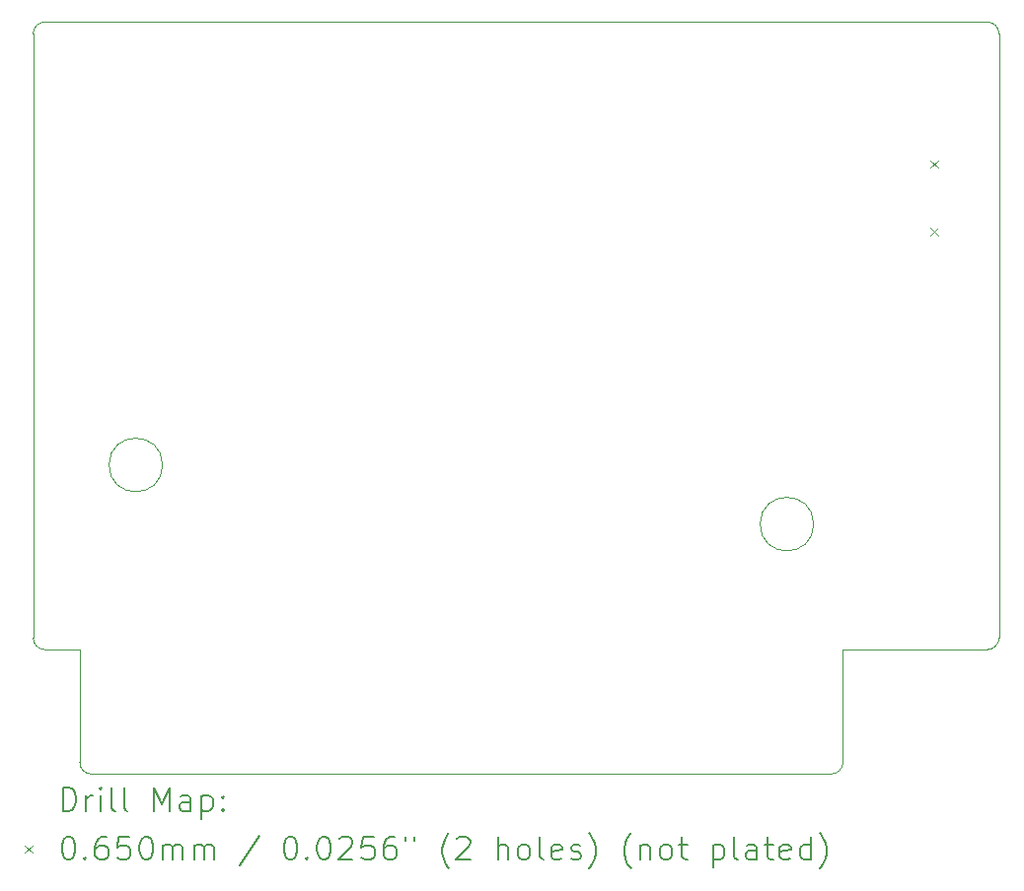
<source format=gbr>
%TF.GenerationSoftware,KiCad,Pcbnew,8.0.5*%
%TF.CreationDate,2024-11-14T03:38:48+01:00*%
%TF.ProjectId,Pico2-MSX,5069636f-322d-44d5-9358-2e6b69636164,0.3*%
%TF.SameCoordinates,Original*%
%TF.FileFunction,Drillmap*%
%TF.FilePolarity,Positive*%
%FSLAX45Y45*%
G04 Gerber Fmt 4.5, Leading zero omitted, Abs format (unit mm)*
G04 Created by KiCad (PCBNEW 8.0.5) date 2024-11-14 03:38:48*
%MOMM*%
%LPD*%
G01*
G04 APERTURE LIST*
%ADD10C,0.100000*%
%ADD11C,0.200000*%
G04 APERTURE END LIST*
D10*
X20099250Y-6123000D02*
G75*
G02*
X20199250Y-6223000I0J-100000D01*
G01*
X20199250Y-6223000D02*
X20199250Y-11412250D01*
X12409250Y-12582250D02*
G75*
G02*
X12309250Y-12482250I0J100000D01*
G01*
X20099250Y-11512250D02*
X18859250Y-11512250D01*
X12409250Y-12582250D02*
X18759250Y-12582250D01*
X12009250Y-11512250D02*
X12309250Y-11512250D01*
X20199250Y-11412250D02*
G75*
G02*
X20099250Y-11512250I-100000J0D01*
G01*
X18859250Y-12482250D02*
X18859250Y-11512250D01*
X18608250Y-10435150D02*
G75*
G02*
X18148250Y-10435150I-230000J0D01*
G01*
X18148250Y-10435150D02*
G75*
G02*
X18608250Y-10435150I230000J0D01*
G01*
X12309250Y-12482250D02*
X12309250Y-11512250D01*
X11909250Y-11412250D02*
X11909250Y-6223000D01*
X11909250Y-6223000D02*
G75*
G02*
X12009250Y-6123000I100000J0D01*
G01*
X18859250Y-12482250D02*
G75*
G02*
X18759250Y-12582250I-99990J-10D01*
G01*
X12009250Y-6123000D02*
X20099250Y-6123000D01*
X12009250Y-11512250D02*
G75*
G02*
X11909250Y-11412250I0J100000D01*
G01*
X13020250Y-9927150D02*
G75*
G02*
X12560250Y-9927150I-230000J0D01*
G01*
X12560250Y-9927150D02*
G75*
G02*
X13020250Y-9927150I230000J0D01*
G01*
D11*
D10*
X19609250Y-7309900D02*
X19674250Y-7374900D01*
X19674250Y-7309900D02*
X19609250Y-7374900D01*
X19609250Y-7887900D02*
X19674250Y-7952900D01*
X19674250Y-7887900D02*
X19609250Y-7952900D01*
D11*
X12165027Y-12898734D02*
X12165027Y-12698734D01*
X12165027Y-12698734D02*
X12212646Y-12698734D01*
X12212646Y-12698734D02*
X12241217Y-12708258D01*
X12241217Y-12708258D02*
X12260265Y-12727305D01*
X12260265Y-12727305D02*
X12269789Y-12746353D01*
X12269789Y-12746353D02*
X12279312Y-12784448D01*
X12279312Y-12784448D02*
X12279312Y-12813019D01*
X12279312Y-12813019D02*
X12269789Y-12851115D01*
X12269789Y-12851115D02*
X12260265Y-12870162D01*
X12260265Y-12870162D02*
X12241217Y-12889210D01*
X12241217Y-12889210D02*
X12212646Y-12898734D01*
X12212646Y-12898734D02*
X12165027Y-12898734D01*
X12365027Y-12898734D02*
X12365027Y-12765400D01*
X12365027Y-12803496D02*
X12374551Y-12784448D01*
X12374551Y-12784448D02*
X12384074Y-12774924D01*
X12384074Y-12774924D02*
X12403122Y-12765400D01*
X12403122Y-12765400D02*
X12422170Y-12765400D01*
X12488836Y-12898734D02*
X12488836Y-12765400D01*
X12488836Y-12698734D02*
X12479312Y-12708258D01*
X12479312Y-12708258D02*
X12488836Y-12717781D01*
X12488836Y-12717781D02*
X12498360Y-12708258D01*
X12498360Y-12708258D02*
X12488836Y-12698734D01*
X12488836Y-12698734D02*
X12488836Y-12717781D01*
X12612646Y-12898734D02*
X12593598Y-12889210D01*
X12593598Y-12889210D02*
X12584074Y-12870162D01*
X12584074Y-12870162D02*
X12584074Y-12698734D01*
X12717408Y-12898734D02*
X12698360Y-12889210D01*
X12698360Y-12889210D02*
X12688836Y-12870162D01*
X12688836Y-12870162D02*
X12688836Y-12698734D01*
X12945979Y-12898734D02*
X12945979Y-12698734D01*
X12945979Y-12698734D02*
X13012646Y-12841591D01*
X13012646Y-12841591D02*
X13079312Y-12698734D01*
X13079312Y-12698734D02*
X13079312Y-12898734D01*
X13260265Y-12898734D02*
X13260265Y-12793972D01*
X13260265Y-12793972D02*
X13250741Y-12774924D01*
X13250741Y-12774924D02*
X13231693Y-12765400D01*
X13231693Y-12765400D02*
X13193598Y-12765400D01*
X13193598Y-12765400D02*
X13174551Y-12774924D01*
X13260265Y-12889210D02*
X13241217Y-12898734D01*
X13241217Y-12898734D02*
X13193598Y-12898734D01*
X13193598Y-12898734D02*
X13174551Y-12889210D01*
X13174551Y-12889210D02*
X13165027Y-12870162D01*
X13165027Y-12870162D02*
X13165027Y-12851115D01*
X13165027Y-12851115D02*
X13174551Y-12832067D01*
X13174551Y-12832067D02*
X13193598Y-12822543D01*
X13193598Y-12822543D02*
X13241217Y-12822543D01*
X13241217Y-12822543D02*
X13260265Y-12813019D01*
X13355503Y-12765400D02*
X13355503Y-12965400D01*
X13355503Y-12774924D02*
X13374551Y-12765400D01*
X13374551Y-12765400D02*
X13412646Y-12765400D01*
X13412646Y-12765400D02*
X13431693Y-12774924D01*
X13431693Y-12774924D02*
X13441217Y-12784448D01*
X13441217Y-12784448D02*
X13450741Y-12803496D01*
X13450741Y-12803496D02*
X13450741Y-12860638D01*
X13450741Y-12860638D02*
X13441217Y-12879686D01*
X13441217Y-12879686D02*
X13431693Y-12889210D01*
X13431693Y-12889210D02*
X13412646Y-12898734D01*
X13412646Y-12898734D02*
X13374551Y-12898734D01*
X13374551Y-12898734D02*
X13355503Y-12889210D01*
X13536455Y-12879686D02*
X13545979Y-12889210D01*
X13545979Y-12889210D02*
X13536455Y-12898734D01*
X13536455Y-12898734D02*
X13526932Y-12889210D01*
X13526932Y-12889210D02*
X13536455Y-12879686D01*
X13536455Y-12879686D02*
X13536455Y-12898734D01*
X13536455Y-12774924D02*
X13545979Y-12784448D01*
X13545979Y-12784448D02*
X13536455Y-12793972D01*
X13536455Y-12793972D02*
X13526932Y-12784448D01*
X13526932Y-12784448D02*
X13536455Y-12774924D01*
X13536455Y-12774924D02*
X13536455Y-12793972D01*
D10*
X11839250Y-13194750D02*
X11904250Y-13259750D01*
X11904250Y-13194750D02*
X11839250Y-13259750D01*
D11*
X12203122Y-13118734D02*
X12222170Y-13118734D01*
X12222170Y-13118734D02*
X12241217Y-13128258D01*
X12241217Y-13128258D02*
X12250741Y-13137781D01*
X12250741Y-13137781D02*
X12260265Y-13156829D01*
X12260265Y-13156829D02*
X12269789Y-13194924D01*
X12269789Y-13194924D02*
X12269789Y-13242543D01*
X12269789Y-13242543D02*
X12260265Y-13280638D01*
X12260265Y-13280638D02*
X12250741Y-13299686D01*
X12250741Y-13299686D02*
X12241217Y-13309210D01*
X12241217Y-13309210D02*
X12222170Y-13318734D01*
X12222170Y-13318734D02*
X12203122Y-13318734D01*
X12203122Y-13318734D02*
X12184074Y-13309210D01*
X12184074Y-13309210D02*
X12174551Y-13299686D01*
X12174551Y-13299686D02*
X12165027Y-13280638D01*
X12165027Y-13280638D02*
X12155503Y-13242543D01*
X12155503Y-13242543D02*
X12155503Y-13194924D01*
X12155503Y-13194924D02*
X12165027Y-13156829D01*
X12165027Y-13156829D02*
X12174551Y-13137781D01*
X12174551Y-13137781D02*
X12184074Y-13128258D01*
X12184074Y-13128258D02*
X12203122Y-13118734D01*
X12355503Y-13299686D02*
X12365027Y-13309210D01*
X12365027Y-13309210D02*
X12355503Y-13318734D01*
X12355503Y-13318734D02*
X12345979Y-13309210D01*
X12345979Y-13309210D02*
X12355503Y-13299686D01*
X12355503Y-13299686D02*
X12355503Y-13318734D01*
X12536455Y-13118734D02*
X12498360Y-13118734D01*
X12498360Y-13118734D02*
X12479312Y-13128258D01*
X12479312Y-13128258D02*
X12469789Y-13137781D01*
X12469789Y-13137781D02*
X12450741Y-13166353D01*
X12450741Y-13166353D02*
X12441217Y-13204448D01*
X12441217Y-13204448D02*
X12441217Y-13280638D01*
X12441217Y-13280638D02*
X12450741Y-13299686D01*
X12450741Y-13299686D02*
X12460265Y-13309210D01*
X12460265Y-13309210D02*
X12479312Y-13318734D01*
X12479312Y-13318734D02*
X12517408Y-13318734D01*
X12517408Y-13318734D02*
X12536455Y-13309210D01*
X12536455Y-13309210D02*
X12545979Y-13299686D01*
X12545979Y-13299686D02*
X12555503Y-13280638D01*
X12555503Y-13280638D02*
X12555503Y-13233019D01*
X12555503Y-13233019D02*
X12545979Y-13213972D01*
X12545979Y-13213972D02*
X12536455Y-13204448D01*
X12536455Y-13204448D02*
X12517408Y-13194924D01*
X12517408Y-13194924D02*
X12479312Y-13194924D01*
X12479312Y-13194924D02*
X12460265Y-13204448D01*
X12460265Y-13204448D02*
X12450741Y-13213972D01*
X12450741Y-13213972D02*
X12441217Y-13233019D01*
X12736455Y-13118734D02*
X12641217Y-13118734D01*
X12641217Y-13118734D02*
X12631693Y-13213972D01*
X12631693Y-13213972D02*
X12641217Y-13204448D01*
X12641217Y-13204448D02*
X12660265Y-13194924D01*
X12660265Y-13194924D02*
X12707884Y-13194924D01*
X12707884Y-13194924D02*
X12726932Y-13204448D01*
X12726932Y-13204448D02*
X12736455Y-13213972D01*
X12736455Y-13213972D02*
X12745979Y-13233019D01*
X12745979Y-13233019D02*
X12745979Y-13280638D01*
X12745979Y-13280638D02*
X12736455Y-13299686D01*
X12736455Y-13299686D02*
X12726932Y-13309210D01*
X12726932Y-13309210D02*
X12707884Y-13318734D01*
X12707884Y-13318734D02*
X12660265Y-13318734D01*
X12660265Y-13318734D02*
X12641217Y-13309210D01*
X12641217Y-13309210D02*
X12631693Y-13299686D01*
X12869789Y-13118734D02*
X12888836Y-13118734D01*
X12888836Y-13118734D02*
X12907884Y-13128258D01*
X12907884Y-13128258D02*
X12917408Y-13137781D01*
X12917408Y-13137781D02*
X12926932Y-13156829D01*
X12926932Y-13156829D02*
X12936455Y-13194924D01*
X12936455Y-13194924D02*
X12936455Y-13242543D01*
X12936455Y-13242543D02*
X12926932Y-13280638D01*
X12926932Y-13280638D02*
X12917408Y-13299686D01*
X12917408Y-13299686D02*
X12907884Y-13309210D01*
X12907884Y-13309210D02*
X12888836Y-13318734D01*
X12888836Y-13318734D02*
X12869789Y-13318734D01*
X12869789Y-13318734D02*
X12850741Y-13309210D01*
X12850741Y-13309210D02*
X12841217Y-13299686D01*
X12841217Y-13299686D02*
X12831693Y-13280638D01*
X12831693Y-13280638D02*
X12822170Y-13242543D01*
X12822170Y-13242543D02*
X12822170Y-13194924D01*
X12822170Y-13194924D02*
X12831693Y-13156829D01*
X12831693Y-13156829D02*
X12841217Y-13137781D01*
X12841217Y-13137781D02*
X12850741Y-13128258D01*
X12850741Y-13128258D02*
X12869789Y-13118734D01*
X13022170Y-13318734D02*
X13022170Y-13185400D01*
X13022170Y-13204448D02*
X13031693Y-13194924D01*
X13031693Y-13194924D02*
X13050741Y-13185400D01*
X13050741Y-13185400D02*
X13079313Y-13185400D01*
X13079313Y-13185400D02*
X13098360Y-13194924D01*
X13098360Y-13194924D02*
X13107884Y-13213972D01*
X13107884Y-13213972D02*
X13107884Y-13318734D01*
X13107884Y-13213972D02*
X13117408Y-13194924D01*
X13117408Y-13194924D02*
X13136455Y-13185400D01*
X13136455Y-13185400D02*
X13165027Y-13185400D01*
X13165027Y-13185400D02*
X13184074Y-13194924D01*
X13184074Y-13194924D02*
X13193598Y-13213972D01*
X13193598Y-13213972D02*
X13193598Y-13318734D01*
X13288836Y-13318734D02*
X13288836Y-13185400D01*
X13288836Y-13204448D02*
X13298360Y-13194924D01*
X13298360Y-13194924D02*
X13317408Y-13185400D01*
X13317408Y-13185400D02*
X13345979Y-13185400D01*
X13345979Y-13185400D02*
X13365027Y-13194924D01*
X13365027Y-13194924D02*
X13374551Y-13213972D01*
X13374551Y-13213972D02*
X13374551Y-13318734D01*
X13374551Y-13213972D02*
X13384074Y-13194924D01*
X13384074Y-13194924D02*
X13403122Y-13185400D01*
X13403122Y-13185400D02*
X13431693Y-13185400D01*
X13431693Y-13185400D02*
X13450741Y-13194924D01*
X13450741Y-13194924D02*
X13460265Y-13213972D01*
X13460265Y-13213972D02*
X13460265Y-13318734D01*
X13850741Y-13109210D02*
X13679313Y-13366353D01*
X14107884Y-13118734D02*
X14126932Y-13118734D01*
X14126932Y-13118734D02*
X14145979Y-13128258D01*
X14145979Y-13128258D02*
X14155503Y-13137781D01*
X14155503Y-13137781D02*
X14165027Y-13156829D01*
X14165027Y-13156829D02*
X14174551Y-13194924D01*
X14174551Y-13194924D02*
X14174551Y-13242543D01*
X14174551Y-13242543D02*
X14165027Y-13280638D01*
X14165027Y-13280638D02*
X14155503Y-13299686D01*
X14155503Y-13299686D02*
X14145979Y-13309210D01*
X14145979Y-13309210D02*
X14126932Y-13318734D01*
X14126932Y-13318734D02*
X14107884Y-13318734D01*
X14107884Y-13318734D02*
X14088836Y-13309210D01*
X14088836Y-13309210D02*
X14079313Y-13299686D01*
X14079313Y-13299686D02*
X14069789Y-13280638D01*
X14069789Y-13280638D02*
X14060265Y-13242543D01*
X14060265Y-13242543D02*
X14060265Y-13194924D01*
X14060265Y-13194924D02*
X14069789Y-13156829D01*
X14069789Y-13156829D02*
X14079313Y-13137781D01*
X14079313Y-13137781D02*
X14088836Y-13128258D01*
X14088836Y-13128258D02*
X14107884Y-13118734D01*
X14260265Y-13299686D02*
X14269789Y-13309210D01*
X14269789Y-13309210D02*
X14260265Y-13318734D01*
X14260265Y-13318734D02*
X14250741Y-13309210D01*
X14250741Y-13309210D02*
X14260265Y-13299686D01*
X14260265Y-13299686D02*
X14260265Y-13318734D01*
X14393598Y-13118734D02*
X14412646Y-13118734D01*
X14412646Y-13118734D02*
X14431694Y-13128258D01*
X14431694Y-13128258D02*
X14441217Y-13137781D01*
X14441217Y-13137781D02*
X14450741Y-13156829D01*
X14450741Y-13156829D02*
X14460265Y-13194924D01*
X14460265Y-13194924D02*
X14460265Y-13242543D01*
X14460265Y-13242543D02*
X14450741Y-13280638D01*
X14450741Y-13280638D02*
X14441217Y-13299686D01*
X14441217Y-13299686D02*
X14431694Y-13309210D01*
X14431694Y-13309210D02*
X14412646Y-13318734D01*
X14412646Y-13318734D02*
X14393598Y-13318734D01*
X14393598Y-13318734D02*
X14374551Y-13309210D01*
X14374551Y-13309210D02*
X14365027Y-13299686D01*
X14365027Y-13299686D02*
X14355503Y-13280638D01*
X14355503Y-13280638D02*
X14345979Y-13242543D01*
X14345979Y-13242543D02*
X14345979Y-13194924D01*
X14345979Y-13194924D02*
X14355503Y-13156829D01*
X14355503Y-13156829D02*
X14365027Y-13137781D01*
X14365027Y-13137781D02*
X14374551Y-13128258D01*
X14374551Y-13128258D02*
X14393598Y-13118734D01*
X14536456Y-13137781D02*
X14545979Y-13128258D01*
X14545979Y-13128258D02*
X14565027Y-13118734D01*
X14565027Y-13118734D02*
X14612646Y-13118734D01*
X14612646Y-13118734D02*
X14631694Y-13128258D01*
X14631694Y-13128258D02*
X14641217Y-13137781D01*
X14641217Y-13137781D02*
X14650741Y-13156829D01*
X14650741Y-13156829D02*
X14650741Y-13175877D01*
X14650741Y-13175877D02*
X14641217Y-13204448D01*
X14641217Y-13204448D02*
X14526932Y-13318734D01*
X14526932Y-13318734D02*
X14650741Y-13318734D01*
X14831694Y-13118734D02*
X14736456Y-13118734D01*
X14736456Y-13118734D02*
X14726932Y-13213972D01*
X14726932Y-13213972D02*
X14736456Y-13204448D01*
X14736456Y-13204448D02*
X14755503Y-13194924D01*
X14755503Y-13194924D02*
X14803122Y-13194924D01*
X14803122Y-13194924D02*
X14822170Y-13204448D01*
X14822170Y-13204448D02*
X14831694Y-13213972D01*
X14831694Y-13213972D02*
X14841217Y-13233019D01*
X14841217Y-13233019D02*
X14841217Y-13280638D01*
X14841217Y-13280638D02*
X14831694Y-13299686D01*
X14831694Y-13299686D02*
X14822170Y-13309210D01*
X14822170Y-13309210D02*
X14803122Y-13318734D01*
X14803122Y-13318734D02*
X14755503Y-13318734D01*
X14755503Y-13318734D02*
X14736456Y-13309210D01*
X14736456Y-13309210D02*
X14726932Y-13299686D01*
X15012646Y-13118734D02*
X14974551Y-13118734D01*
X14974551Y-13118734D02*
X14955503Y-13128258D01*
X14955503Y-13128258D02*
X14945979Y-13137781D01*
X14945979Y-13137781D02*
X14926932Y-13166353D01*
X14926932Y-13166353D02*
X14917408Y-13204448D01*
X14917408Y-13204448D02*
X14917408Y-13280638D01*
X14917408Y-13280638D02*
X14926932Y-13299686D01*
X14926932Y-13299686D02*
X14936456Y-13309210D01*
X14936456Y-13309210D02*
X14955503Y-13318734D01*
X14955503Y-13318734D02*
X14993598Y-13318734D01*
X14993598Y-13318734D02*
X15012646Y-13309210D01*
X15012646Y-13309210D02*
X15022170Y-13299686D01*
X15022170Y-13299686D02*
X15031694Y-13280638D01*
X15031694Y-13280638D02*
X15031694Y-13233019D01*
X15031694Y-13233019D02*
X15022170Y-13213972D01*
X15022170Y-13213972D02*
X15012646Y-13204448D01*
X15012646Y-13204448D02*
X14993598Y-13194924D01*
X14993598Y-13194924D02*
X14955503Y-13194924D01*
X14955503Y-13194924D02*
X14936456Y-13204448D01*
X14936456Y-13204448D02*
X14926932Y-13213972D01*
X14926932Y-13213972D02*
X14917408Y-13233019D01*
X15107884Y-13118734D02*
X15107884Y-13156829D01*
X15184075Y-13118734D02*
X15184075Y-13156829D01*
X15479313Y-13394924D02*
X15469789Y-13385400D01*
X15469789Y-13385400D02*
X15450741Y-13356829D01*
X15450741Y-13356829D02*
X15441218Y-13337781D01*
X15441218Y-13337781D02*
X15431694Y-13309210D01*
X15431694Y-13309210D02*
X15422170Y-13261591D01*
X15422170Y-13261591D02*
X15422170Y-13223496D01*
X15422170Y-13223496D02*
X15431694Y-13175877D01*
X15431694Y-13175877D02*
X15441218Y-13147305D01*
X15441218Y-13147305D02*
X15450741Y-13128258D01*
X15450741Y-13128258D02*
X15469789Y-13099686D01*
X15469789Y-13099686D02*
X15479313Y-13090162D01*
X15545979Y-13137781D02*
X15555503Y-13128258D01*
X15555503Y-13128258D02*
X15574551Y-13118734D01*
X15574551Y-13118734D02*
X15622170Y-13118734D01*
X15622170Y-13118734D02*
X15641218Y-13128258D01*
X15641218Y-13128258D02*
X15650741Y-13137781D01*
X15650741Y-13137781D02*
X15660265Y-13156829D01*
X15660265Y-13156829D02*
X15660265Y-13175877D01*
X15660265Y-13175877D02*
X15650741Y-13204448D01*
X15650741Y-13204448D02*
X15536456Y-13318734D01*
X15536456Y-13318734D02*
X15660265Y-13318734D01*
X15898360Y-13318734D02*
X15898360Y-13118734D01*
X15984075Y-13318734D02*
X15984075Y-13213972D01*
X15984075Y-13213972D02*
X15974551Y-13194924D01*
X15974551Y-13194924D02*
X15955503Y-13185400D01*
X15955503Y-13185400D02*
X15926932Y-13185400D01*
X15926932Y-13185400D02*
X15907884Y-13194924D01*
X15907884Y-13194924D02*
X15898360Y-13204448D01*
X16107884Y-13318734D02*
X16088837Y-13309210D01*
X16088837Y-13309210D02*
X16079313Y-13299686D01*
X16079313Y-13299686D02*
X16069789Y-13280638D01*
X16069789Y-13280638D02*
X16069789Y-13223496D01*
X16069789Y-13223496D02*
X16079313Y-13204448D01*
X16079313Y-13204448D02*
X16088837Y-13194924D01*
X16088837Y-13194924D02*
X16107884Y-13185400D01*
X16107884Y-13185400D02*
X16136456Y-13185400D01*
X16136456Y-13185400D02*
X16155503Y-13194924D01*
X16155503Y-13194924D02*
X16165027Y-13204448D01*
X16165027Y-13204448D02*
X16174551Y-13223496D01*
X16174551Y-13223496D02*
X16174551Y-13280638D01*
X16174551Y-13280638D02*
X16165027Y-13299686D01*
X16165027Y-13299686D02*
X16155503Y-13309210D01*
X16155503Y-13309210D02*
X16136456Y-13318734D01*
X16136456Y-13318734D02*
X16107884Y-13318734D01*
X16288837Y-13318734D02*
X16269789Y-13309210D01*
X16269789Y-13309210D02*
X16260265Y-13290162D01*
X16260265Y-13290162D02*
X16260265Y-13118734D01*
X16441218Y-13309210D02*
X16422170Y-13318734D01*
X16422170Y-13318734D02*
X16384075Y-13318734D01*
X16384075Y-13318734D02*
X16365027Y-13309210D01*
X16365027Y-13309210D02*
X16355503Y-13290162D01*
X16355503Y-13290162D02*
X16355503Y-13213972D01*
X16355503Y-13213972D02*
X16365027Y-13194924D01*
X16365027Y-13194924D02*
X16384075Y-13185400D01*
X16384075Y-13185400D02*
X16422170Y-13185400D01*
X16422170Y-13185400D02*
X16441218Y-13194924D01*
X16441218Y-13194924D02*
X16450741Y-13213972D01*
X16450741Y-13213972D02*
X16450741Y-13233019D01*
X16450741Y-13233019D02*
X16355503Y-13252067D01*
X16526932Y-13309210D02*
X16545980Y-13318734D01*
X16545980Y-13318734D02*
X16584075Y-13318734D01*
X16584075Y-13318734D02*
X16603122Y-13309210D01*
X16603122Y-13309210D02*
X16612646Y-13290162D01*
X16612646Y-13290162D02*
X16612646Y-13280638D01*
X16612646Y-13280638D02*
X16603122Y-13261591D01*
X16603122Y-13261591D02*
X16584075Y-13252067D01*
X16584075Y-13252067D02*
X16555503Y-13252067D01*
X16555503Y-13252067D02*
X16536456Y-13242543D01*
X16536456Y-13242543D02*
X16526932Y-13223496D01*
X16526932Y-13223496D02*
X16526932Y-13213972D01*
X16526932Y-13213972D02*
X16536456Y-13194924D01*
X16536456Y-13194924D02*
X16555503Y-13185400D01*
X16555503Y-13185400D02*
X16584075Y-13185400D01*
X16584075Y-13185400D02*
X16603122Y-13194924D01*
X16679313Y-13394924D02*
X16688837Y-13385400D01*
X16688837Y-13385400D02*
X16707884Y-13356829D01*
X16707884Y-13356829D02*
X16717408Y-13337781D01*
X16717408Y-13337781D02*
X16726932Y-13309210D01*
X16726932Y-13309210D02*
X16736456Y-13261591D01*
X16736456Y-13261591D02*
X16736456Y-13223496D01*
X16736456Y-13223496D02*
X16726932Y-13175877D01*
X16726932Y-13175877D02*
X16717408Y-13147305D01*
X16717408Y-13147305D02*
X16707884Y-13128258D01*
X16707884Y-13128258D02*
X16688837Y-13099686D01*
X16688837Y-13099686D02*
X16679313Y-13090162D01*
X17041218Y-13394924D02*
X17031694Y-13385400D01*
X17031694Y-13385400D02*
X17012646Y-13356829D01*
X17012646Y-13356829D02*
X17003123Y-13337781D01*
X17003123Y-13337781D02*
X16993599Y-13309210D01*
X16993599Y-13309210D02*
X16984075Y-13261591D01*
X16984075Y-13261591D02*
X16984075Y-13223496D01*
X16984075Y-13223496D02*
X16993599Y-13175877D01*
X16993599Y-13175877D02*
X17003123Y-13147305D01*
X17003123Y-13147305D02*
X17012646Y-13128258D01*
X17012646Y-13128258D02*
X17031694Y-13099686D01*
X17031694Y-13099686D02*
X17041218Y-13090162D01*
X17117408Y-13185400D02*
X17117408Y-13318734D01*
X17117408Y-13204448D02*
X17126932Y-13194924D01*
X17126932Y-13194924D02*
X17145980Y-13185400D01*
X17145980Y-13185400D02*
X17174551Y-13185400D01*
X17174551Y-13185400D02*
X17193599Y-13194924D01*
X17193599Y-13194924D02*
X17203123Y-13213972D01*
X17203123Y-13213972D02*
X17203123Y-13318734D01*
X17326932Y-13318734D02*
X17307884Y-13309210D01*
X17307884Y-13309210D02*
X17298361Y-13299686D01*
X17298361Y-13299686D02*
X17288837Y-13280638D01*
X17288837Y-13280638D02*
X17288837Y-13223496D01*
X17288837Y-13223496D02*
X17298361Y-13204448D01*
X17298361Y-13204448D02*
X17307884Y-13194924D01*
X17307884Y-13194924D02*
X17326932Y-13185400D01*
X17326932Y-13185400D02*
X17355504Y-13185400D01*
X17355504Y-13185400D02*
X17374551Y-13194924D01*
X17374551Y-13194924D02*
X17384075Y-13204448D01*
X17384075Y-13204448D02*
X17393599Y-13223496D01*
X17393599Y-13223496D02*
X17393599Y-13280638D01*
X17393599Y-13280638D02*
X17384075Y-13299686D01*
X17384075Y-13299686D02*
X17374551Y-13309210D01*
X17374551Y-13309210D02*
X17355504Y-13318734D01*
X17355504Y-13318734D02*
X17326932Y-13318734D01*
X17450742Y-13185400D02*
X17526932Y-13185400D01*
X17479313Y-13118734D02*
X17479313Y-13290162D01*
X17479313Y-13290162D02*
X17488837Y-13309210D01*
X17488837Y-13309210D02*
X17507884Y-13318734D01*
X17507884Y-13318734D02*
X17526932Y-13318734D01*
X17745980Y-13185400D02*
X17745980Y-13385400D01*
X17745980Y-13194924D02*
X17765027Y-13185400D01*
X17765027Y-13185400D02*
X17803123Y-13185400D01*
X17803123Y-13185400D02*
X17822170Y-13194924D01*
X17822170Y-13194924D02*
X17831694Y-13204448D01*
X17831694Y-13204448D02*
X17841218Y-13223496D01*
X17841218Y-13223496D02*
X17841218Y-13280638D01*
X17841218Y-13280638D02*
X17831694Y-13299686D01*
X17831694Y-13299686D02*
X17822170Y-13309210D01*
X17822170Y-13309210D02*
X17803123Y-13318734D01*
X17803123Y-13318734D02*
X17765027Y-13318734D01*
X17765027Y-13318734D02*
X17745980Y-13309210D01*
X17955504Y-13318734D02*
X17936456Y-13309210D01*
X17936456Y-13309210D02*
X17926932Y-13290162D01*
X17926932Y-13290162D02*
X17926932Y-13118734D01*
X18117408Y-13318734D02*
X18117408Y-13213972D01*
X18117408Y-13213972D02*
X18107885Y-13194924D01*
X18107885Y-13194924D02*
X18088837Y-13185400D01*
X18088837Y-13185400D02*
X18050742Y-13185400D01*
X18050742Y-13185400D02*
X18031694Y-13194924D01*
X18117408Y-13309210D02*
X18098361Y-13318734D01*
X18098361Y-13318734D02*
X18050742Y-13318734D01*
X18050742Y-13318734D02*
X18031694Y-13309210D01*
X18031694Y-13309210D02*
X18022170Y-13290162D01*
X18022170Y-13290162D02*
X18022170Y-13271115D01*
X18022170Y-13271115D02*
X18031694Y-13252067D01*
X18031694Y-13252067D02*
X18050742Y-13242543D01*
X18050742Y-13242543D02*
X18098361Y-13242543D01*
X18098361Y-13242543D02*
X18117408Y-13233019D01*
X18184075Y-13185400D02*
X18260265Y-13185400D01*
X18212646Y-13118734D02*
X18212646Y-13290162D01*
X18212646Y-13290162D02*
X18222170Y-13309210D01*
X18222170Y-13309210D02*
X18241218Y-13318734D01*
X18241218Y-13318734D02*
X18260265Y-13318734D01*
X18403123Y-13309210D02*
X18384075Y-13318734D01*
X18384075Y-13318734D02*
X18345980Y-13318734D01*
X18345980Y-13318734D02*
X18326932Y-13309210D01*
X18326932Y-13309210D02*
X18317408Y-13290162D01*
X18317408Y-13290162D02*
X18317408Y-13213972D01*
X18317408Y-13213972D02*
X18326932Y-13194924D01*
X18326932Y-13194924D02*
X18345980Y-13185400D01*
X18345980Y-13185400D02*
X18384075Y-13185400D01*
X18384075Y-13185400D02*
X18403123Y-13194924D01*
X18403123Y-13194924D02*
X18412646Y-13213972D01*
X18412646Y-13213972D02*
X18412646Y-13233019D01*
X18412646Y-13233019D02*
X18317408Y-13252067D01*
X18584075Y-13318734D02*
X18584075Y-13118734D01*
X18584075Y-13309210D02*
X18565027Y-13318734D01*
X18565027Y-13318734D02*
X18526932Y-13318734D01*
X18526932Y-13318734D02*
X18507885Y-13309210D01*
X18507885Y-13309210D02*
X18498361Y-13299686D01*
X18498361Y-13299686D02*
X18488837Y-13280638D01*
X18488837Y-13280638D02*
X18488837Y-13223496D01*
X18488837Y-13223496D02*
X18498361Y-13204448D01*
X18498361Y-13204448D02*
X18507885Y-13194924D01*
X18507885Y-13194924D02*
X18526932Y-13185400D01*
X18526932Y-13185400D02*
X18565027Y-13185400D01*
X18565027Y-13185400D02*
X18584075Y-13194924D01*
X18660266Y-13394924D02*
X18669789Y-13385400D01*
X18669789Y-13385400D02*
X18688837Y-13356829D01*
X18688837Y-13356829D02*
X18698361Y-13337781D01*
X18698361Y-13337781D02*
X18707885Y-13309210D01*
X18707885Y-13309210D02*
X18717408Y-13261591D01*
X18717408Y-13261591D02*
X18717408Y-13223496D01*
X18717408Y-13223496D02*
X18707885Y-13175877D01*
X18707885Y-13175877D02*
X18698361Y-13147305D01*
X18698361Y-13147305D02*
X18688837Y-13128258D01*
X18688837Y-13128258D02*
X18669789Y-13099686D01*
X18669789Y-13099686D02*
X18660266Y-13090162D01*
M02*

</source>
